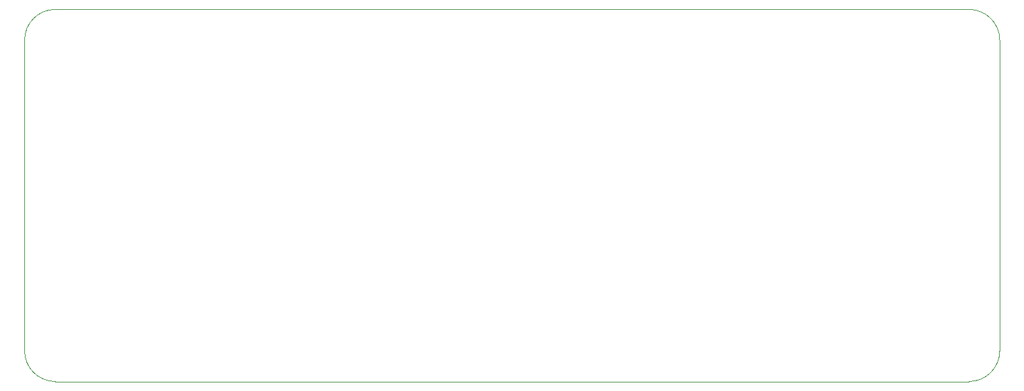
<source format=gbr>
%TF.GenerationSoftware,KiCad,Pcbnew,9.0.6*%
%TF.CreationDate,2025-12-07T16:06:48+02:00*%
%TF.ProjectId,BLUETOOTH_SPEAKER,424c5545-544f-44f5-9448-5f535045414b,rev?*%
%TF.SameCoordinates,Original*%
%TF.FileFunction,Profile,NP*%
%FSLAX46Y46*%
G04 Gerber Fmt 4.6, Leading zero omitted, Abs format (unit mm)*
G04 Created by KiCad (PCBNEW 9.0.6) date 2025-12-07 16:06:48*
%MOMM*%
%LPD*%
G01*
G04 APERTURE LIST*
%TA.AperFunction,Profile*%
%ADD10C,0.050000*%
%TD*%
G04 APERTURE END LIST*
D10*
X49990000Y-92630000D02*
G75*
G02*
X53950000Y-88670000I3960000J0D01*
G01*
X171810000Y-136690000D02*
X53950000Y-136690000D01*
X171810000Y-88670000D02*
G75*
G02*
X175770000Y-92630000I0J-3960000D01*
G01*
X53950000Y-88670000D02*
X171810000Y-88669200D01*
X53950000Y-136690000D02*
G75*
G02*
X49990000Y-132730000I0J3960000D01*
G01*
X175770000Y-132730000D02*
G75*
G02*
X171810000Y-136690000I-3960000J0D01*
G01*
X49990000Y-92630000D02*
X49990000Y-132730000D01*
X175770000Y-132730000D02*
X175770000Y-92630000D01*
M02*

</source>
